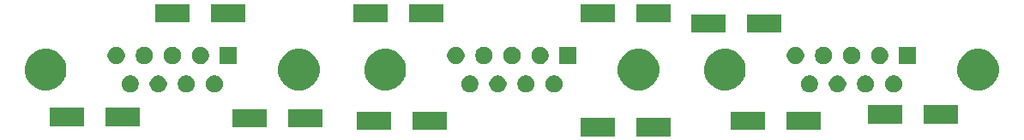
<source format=gts>
G04 #@! TF.GenerationSoftware,KiCad,Pcbnew,(5.1.2)-2*
G04 #@! TF.CreationDate,2019-11-27T23:52:17-06:00*
G04 #@! TF.ProjectId,ti99-joystick,74693939-2d6a-46f7-9973-7469636b2e6b,rev?*
G04 #@! TF.SameCoordinates,Original*
G04 #@! TF.FileFunction,Soldermask,Top*
G04 #@! TF.FilePolarity,Negative*
%FSLAX46Y46*%
G04 Gerber Fmt 4.6, Leading zero omitted, Abs format (unit mm)*
G04 Created by KiCad (PCBNEW (5.1.2)-2) date 2019-11-27 23:52:17*
%MOMM*%
%LPD*%
G04 APERTURE LIST*
%ADD10C,0.100000*%
G04 APERTURE END LIST*
D10*
G36*
X145675000Y-83959000D02*
G01*
X142273000Y-83959000D01*
X142273000Y-82157000D01*
X145675000Y-82157000D01*
X145675000Y-83959000D01*
X145675000Y-83959000D01*
G37*
G36*
X140175000Y-83959000D02*
G01*
X136773000Y-83959000D01*
X136773000Y-82157000D01*
X140175000Y-82157000D01*
X140175000Y-83959000D01*
X140175000Y-83959000D01*
G37*
G36*
X123577000Y-83324000D02*
G01*
X120175000Y-83324000D01*
X120175000Y-81522000D01*
X123577000Y-81522000D01*
X123577000Y-83324000D01*
X123577000Y-83324000D01*
G37*
G36*
X160451000Y-83324000D02*
G01*
X157049000Y-83324000D01*
X157049000Y-81522000D01*
X160451000Y-81522000D01*
X160451000Y-83324000D01*
X160451000Y-83324000D01*
G37*
G36*
X154951000Y-83324000D02*
G01*
X151549000Y-83324000D01*
X151549000Y-81522000D01*
X154951000Y-81522000D01*
X154951000Y-83324000D01*
X154951000Y-83324000D01*
G37*
G36*
X118077000Y-83324000D02*
G01*
X114675000Y-83324000D01*
X114675000Y-81522000D01*
X118077000Y-81522000D01*
X118077000Y-83324000D01*
X118077000Y-83324000D01*
G37*
G36*
X111258000Y-83070000D02*
G01*
X107856000Y-83070000D01*
X107856000Y-81268000D01*
X111258000Y-81268000D01*
X111258000Y-83070000D01*
X111258000Y-83070000D01*
G37*
G36*
X105758000Y-83070000D02*
G01*
X102356000Y-83070000D01*
X102356000Y-81268000D01*
X105758000Y-81268000D01*
X105758000Y-83070000D01*
X105758000Y-83070000D01*
G37*
G36*
X87724000Y-82943000D02*
G01*
X84322000Y-82943000D01*
X84322000Y-81141000D01*
X87724000Y-81141000D01*
X87724000Y-82943000D01*
X87724000Y-82943000D01*
G37*
G36*
X93224000Y-82943000D02*
G01*
X89822000Y-82943000D01*
X89822000Y-81141000D01*
X93224000Y-81141000D01*
X93224000Y-82943000D01*
X93224000Y-82943000D01*
G37*
G36*
X173996000Y-82689000D02*
G01*
X170594000Y-82689000D01*
X170594000Y-80887000D01*
X173996000Y-80887000D01*
X173996000Y-82689000D01*
X173996000Y-82689000D01*
G37*
G36*
X168496000Y-82689000D02*
G01*
X165094000Y-82689000D01*
X165094000Y-80887000D01*
X168496000Y-80887000D01*
X168496000Y-82689000D01*
X168496000Y-82689000D01*
G37*
G36*
X131602228Y-77967703D02*
G01*
X131757100Y-78031853D01*
X131896481Y-78124985D01*
X132015015Y-78243519D01*
X132108147Y-78382900D01*
X132172297Y-78537772D01*
X132205000Y-78702184D01*
X132205000Y-78869816D01*
X132172297Y-79034228D01*
X132108147Y-79189100D01*
X132015015Y-79328481D01*
X131896481Y-79447015D01*
X131757100Y-79540147D01*
X131602228Y-79604297D01*
X131437816Y-79637000D01*
X131270184Y-79637000D01*
X131105772Y-79604297D01*
X130950900Y-79540147D01*
X130811519Y-79447015D01*
X130692985Y-79328481D01*
X130599853Y-79189100D01*
X130535703Y-79034228D01*
X130503000Y-78869816D01*
X130503000Y-78702184D01*
X130535703Y-78537772D01*
X130599853Y-78382900D01*
X130692985Y-78243519D01*
X130811519Y-78124985D01*
X130950900Y-78031853D01*
X131105772Y-77967703D01*
X131270184Y-77935000D01*
X131437816Y-77935000D01*
X131602228Y-77967703D01*
X131602228Y-77967703D01*
G37*
G36*
X159590228Y-77967703D02*
G01*
X159745100Y-78031853D01*
X159884481Y-78124985D01*
X160003015Y-78243519D01*
X160096147Y-78382900D01*
X160160297Y-78537772D01*
X160193000Y-78702184D01*
X160193000Y-78869816D01*
X160160297Y-79034228D01*
X160096147Y-79189100D01*
X160003015Y-79328481D01*
X159884481Y-79447015D01*
X159745100Y-79540147D01*
X159590228Y-79604297D01*
X159425816Y-79637000D01*
X159258184Y-79637000D01*
X159093772Y-79604297D01*
X158938900Y-79540147D01*
X158799519Y-79447015D01*
X158680985Y-79328481D01*
X158587853Y-79189100D01*
X158523703Y-79034228D01*
X158491000Y-78869816D01*
X158491000Y-78702184D01*
X158523703Y-78537772D01*
X158587853Y-78382900D01*
X158680985Y-78243519D01*
X158799519Y-78124985D01*
X158938900Y-78031853D01*
X159093772Y-77967703D01*
X159258184Y-77935000D01*
X159425816Y-77935000D01*
X159590228Y-77967703D01*
X159590228Y-77967703D01*
G37*
G36*
X162360228Y-77967703D02*
G01*
X162515100Y-78031853D01*
X162654481Y-78124985D01*
X162773015Y-78243519D01*
X162866147Y-78382900D01*
X162930297Y-78537772D01*
X162963000Y-78702184D01*
X162963000Y-78869816D01*
X162930297Y-79034228D01*
X162866147Y-79189100D01*
X162773015Y-79328481D01*
X162654481Y-79447015D01*
X162515100Y-79540147D01*
X162360228Y-79604297D01*
X162195816Y-79637000D01*
X162028184Y-79637000D01*
X161863772Y-79604297D01*
X161708900Y-79540147D01*
X161569519Y-79447015D01*
X161450985Y-79328481D01*
X161357853Y-79189100D01*
X161293703Y-79034228D01*
X161261000Y-78869816D01*
X161261000Y-78702184D01*
X161293703Y-78537772D01*
X161357853Y-78382900D01*
X161450985Y-78243519D01*
X161569519Y-78124985D01*
X161708900Y-78031853D01*
X161863772Y-77967703D01*
X162028184Y-77935000D01*
X162195816Y-77935000D01*
X162360228Y-77967703D01*
X162360228Y-77967703D01*
G37*
G36*
X165130228Y-77967703D02*
G01*
X165285100Y-78031853D01*
X165424481Y-78124985D01*
X165543015Y-78243519D01*
X165636147Y-78382900D01*
X165700297Y-78537772D01*
X165733000Y-78702184D01*
X165733000Y-78869816D01*
X165700297Y-79034228D01*
X165636147Y-79189100D01*
X165543015Y-79328481D01*
X165424481Y-79447015D01*
X165285100Y-79540147D01*
X165130228Y-79604297D01*
X164965816Y-79637000D01*
X164798184Y-79637000D01*
X164633772Y-79604297D01*
X164478900Y-79540147D01*
X164339519Y-79447015D01*
X164220985Y-79328481D01*
X164127853Y-79189100D01*
X164063703Y-79034228D01*
X164031000Y-78869816D01*
X164031000Y-78702184D01*
X164063703Y-78537772D01*
X164127853Y-78382900D01*
X164220985Y-78243519D01*
X164339519Y-78124985D01*
X164478900Y-78031853D01*
X164633772Y-77967703D01*
X164798184Y-77935000D01*
X164965816Y-77935000D01*
X165130228Y-77967703D01*
X165130228Y-77967703D01*
G37*
G36*
X167900228Y-77967703D02*
G01*
X168055100Y-78031853D01*
X168194481Y-78124985D01*
X168313015Y-78243519D01*
X168406147Y-78382900D01*
X168470297Y-78537772D01*
X168503000Y-78702184D01*
X168503000Y-78869816D01*
X168470297Y-79034228D01*
X168406147Y-79189100D01*
X168313015Y-79328481D01*
X168194481Y-79447015D01*
X168055100Y-79540147D01*
X167900228Y-79604297D01*
X167735816Y-79637000D01*
X167568184Y-79637000D01*
X167403772Y-79604297D01*
X167248900Y-79540147D01*
X167109519Y-79447015D01*
X166990985Y-79328481D01*
X166897853Y-79189100D01*
X166833703Y-79034228D01*
X166801000Y-78869816D01*
X166801000Y-78702184D01*
X166833703Y-78537772D01*
X166897853Y-78382900D01*
X166990985Y-78243519D01*
X167109519Y-78124985D01*
X167248900Y-78031853D01*
X167403772Y-77967703D01*
X167568184Y-77935000D01*
X167735816Y-77935000D01*
X167900228Y-77967703D01*
X167900228Y-77967703D01*
G37*
G36*
X98074228Y-77967703D02*
G01*
X98229100Y-78031853D01*
X98368481Y-78124985D01*
X98487015Y-78243519D01*
X98580147Y-78382900D01*
X98644297Y-78537772D01*
X98677000Y-78702184D01*
X98677000Y-78869816D01*
X98644297Y-79034228D01*
X98580147Y-79189100D01*
X98487015Y-79328481D01*
X98368481Y-79447015D01*
X98229100Y-79540147D01*
X98074228Y-79604297D01*
X97909816Y-79637000D01*
X97742184Y-79637000D01*
X97577772Y-79604297D01*
X97422900Y-79540147D01*
X97283519Y-79447015D01*
X97164985Y-79328481D01*
X97071853Y-79189100D01*
X97007703Y-79034228D01*
X96975000Y-78869816D01*
X96975000Y-78702184D01*
X97007703Y-78537772D01*
X97071853Y-78382900D01*
X97164985Y-78243519D01*
X97283519Y-78124985D01*
X97422900Y-78031853D01*
X97577772Y-77967703D01*
X97742184Y-77935000D01*
X97909816Y-77935000D01*
X98074228Y-77967703D01*
X98074228Y-77967703D01*
G37*
G36*
X95304228Y-77967703D02*
G01*
X95459100Y-78031853D01*
X95598481Y-78124985D01*
X95717015Y-78243519D01*
X95810147Y-78382900D01*
X95874297Y-78537772D01*
X95907000Y-78702184D01*
X95907000Y-78869816D01*
X95874297Y-79034228D01*
X95810147Y-79189100D01*
X95717015Y-79328481D01*
X95598481Y-79447015D01*
X95459100Y-79540147D01*
X95304228Y-79604297D01*
X95139816Y-79637000D01*
X94972184Y-79637000D01*
X94807772Y-79604297D01*
X94652900Y-79540147D01*
X94513519Y-79447015D01*
X94394985Y-79328481D01*
X94301853Y-79189100D01*
X94237703Y-79034228D01*
X94205000Y-78869816D01*
X94205000Y-78702184D01*
X94237703Y-78537772D01*
X94301853Y-78382900D01*
X94394985Y-78243519D01*
X94513519Y-78124985D01*
X94652900Y-78031853D01*
X94807772Y-77967703D01*
X94972184Y-77935000D01*
X95139816Y-77935000D01*
X95304228Y-77967703D01*
X95304228Y-77967703D01*
G37*
G36*
X92534228Y-77967703D02*
G01*
X92689100Y-78031853D01*
X92828481Y-78124985D01*
X92947015Y-78243519D01*
X93040147Y-78382900D01*
X93104297Y-78537772D01*
X93137000Y-78702184D01*
X93137000Y-78869816D01*
X93104297Y-79034228D01*
X93040147Y-79189100D01*
X92947015Y-79328481D01*
X92828481Y-79447015D01*
X92689100Y-79540147D01*
X92534228Y-79604297D01*
X92369816Y-79637000D01*
X92202184Y-79637000D01*
X92037772Y-79604297D01*
X91882900Y-79540147D01*
X91743519Y-79447015D01*
X91624985Y-79328481D01*
X91531853Y-79189100D01*
X91467703Y-79034228D01*
X91435000Y-78869816D01*
X91435000Y-78702184D01*
X91467703Y-78537772D01*
X91531853Y-78382900D01*
X91624985Y-78243519D01*
X91743519Y-78124985D01*
X91882900Y-78031853D01*
X92037772Y-77967703D01*
X92202184Y-77935000D01*
X92369816Y-77935000D01*
X92534228Y-77967703D01*
X92534228Y-77967703D01*
G37*
G36*
X126062228Y-77967703D02*
G01*
X126217100Y-78031853D01*
X126356481Y-78124985D01*
X126475015Y-78243519D01*
X126568147Y-78382900D01*
X126632297Y-78537772D01*
X126665000Y-78702184D01*
X126665000Y-78869816D01*
X126632297Y-79034228D01*
X126568147Y-79189100D01*
X126475015Y-79328481D01*
X126356481Y-79447015D01*
X126217100Y-79540147D01*
X126062228Y-79604297D01*
X125897816Y-79637000D01*
X125730184Y-79637000D01*
X125565772Y-79604297D01*
X125410900Y-79540147D01*
X125271519Y-79447015D01*
X125152985Y-79328481D01*
X125059853Y-79189100D01*
X124995703Y-79034228D01*
X124963000Y-78869816D01*
X124963000Y-78702184D01*
X124995703Y-78537772D01*
X125059853Y-78382900D01*
X125152985Y-78243519D01*
X125271519Y-78124985D01*
X125410900Y-78031853D01*
X125565772Y-77967703D01*
X125730184Y-77935000D01*
X125897816Y-77935000D01*
X126062228Y-77967703D01*
X126062228Y-77967703D01*
G37*
G36*
X128832228Y-77967703D02*
G01*
X128987100Y-78031853D01*
X129126481Y-78124985D01*
X129245015Y-78243519D01*
X129338147Y-78382900D01*
X129402297Y-78537772D01*
X129435000Y-78702184D01*
X129435000Y-78869816D01*
X129402297Y-79034228D01*
X129338147Y-79189100D01*
X129245015Y-79328481D01*
X129126481Y-79447015D01*
X128987100Y-79540147D01*
X128832228Y-79604297D01*
X128667816Y-79637000D01*
X128500184Y-79637000D01*
X128335772Y-79604297D01*
X128180900Y-79540147D01*
X128041519Y-79447015D01*
X127922985Y-79328481D01*
X127829853Y-79189100D01*
X127765703Y-79034228D01*
X127733000Y-78869816D01*
X127733000Y-78702184D01*
X127765703Y-78537772D01*
X127829853Y-78382900D01*
X127922985Y-78243519D01*
X128041519Y-78124985D01*
X128180900Y-78031853D01*
X128335772Y-77967703D01*
X128500184Y-77935000D01*
X128667816Y-77935000D01*
X128832228Y-77967703D01*
X128832228Y-77967703D01*
G37*
G36*
X100844228Y-77967703D02*
G01*
X100999100Y-78031853D01*
X101138481Y-78124985D01*
X101257015Y-78243519D01*
X101350147Y-78382900D01*
X101414297Y-78537772D01*
X101447000Y-78702184D01*
X101447000Y-78869816D01*
X101414297Y-79034228D01*
X101350147Y-79189100D01*
X101257015Y-79328481D01*
X101138481Y-79447015D01*
X100999100Y-79540147D01*
X100844228Y-79604297D01*
X100679816Y-79637000D01*
X100512184Y-79637000D01*
X100347772Y-79604297D01*
X100192900Y-79540147D01*
X100053519Y-79447015D01*
X99934985Y-79328481D01*
X99841853Y-79189100D01*
X99777703Y-79034228D01*
X99745000Y-78869816D01*
X99745000Y-78702184D01*
X99777703Y-78537772D01*
X99841853Y-78382900D01*
X99934985Y-78243519D01*
X100053519Y-78124985D01*
X100192900Y-78031853D01*
X100347772Y-77967703D01*
X100512184Y-77935000D01*
X100679816Y-77935000D01*
X100844228Y-77967703D01*
X100844228Y-77967703D01*
G37*
G36*
X134372228Y-77967703D02*
G01*
X134527100Y-78031853D01*
X134666481Y-78124985D01*
X134785015Y-78243519D01*
X134878147Y-78382900D01*
X134942297Y-78537772D01*
X134975000Y-78702184D01*
X134975000Y-78869816D01*
X134942297Y-79034228D01*
X134878147Y-79189100D01*
X134785015Y-79328481D01*
X134666481Y-79447015D01*
X134527100Y-79540147D01*
X134372228Y-79604297D01*
X134207816Y-79637000D01*
X134040184Y-79637000D01*
X133875772Y-79604297D01*
X133720900Y-79540147D01*
X133581519Y-79447015D01*
X133462985Y-79328481D01*
X133369853Y-79189100D01*
X133305703Y-79034228D01*
X133273000Y-78869816D01*
X133273000Y-78702184D01*
X133305703Y-78537772D01*
X133369853Y-78382900D01*
X133462985Y-78243519D01*
X133581519Y-78124985D01*
X133720900Y-78031853D01*
X133875772Y-77967703D01*
X134040184Y-77935000D01*
X134207816Y-77935000D01*
X134372228Y-77967703D01*
X134372228Y-77967703D01*
G37*
G36*
X151595254Y-75393818D02*
G01*
X151955170Y-75542900D01*
X151968513Y-75548427D01*
X152304436Y-75772884D01*
X152590116Y-76058564D01*
X152680765Y-76194229D01*
X152814574Y-76394489D01*
X152969182Y-76767746D01*
X153048000Y-77163993D01*
X153048000Y-77568007D01*
X152969182Y-77964254D01*
X152853506Y-78243520D01*
X152814573Y-78337513D01*
X152590116Y-78673436D01*
X152304436Y-78959116D01*
X151968513Y-79183573D01*
X151968512Y-79183574D01*
X151968511Y-79183574D01*
X151595254Y-79338182D01*
X151199007Y-79417000D01*
X150794993Y-79417000D01*
X150398746Y-79338182D01*
X150025489Y-79183574D01*
X150025488Y-79183574D01*
X150025487Y-79183573D01*
X149689564Y-78959116D01*
X149403884Y-78673436D01*
X149179427Y-78337513D01*
X149140494Y-78243520D01*
X149024818Y-77964254D01*
X148946000Y-77568007D01*
X148946000Y-77163993D01*
X149024818Y-76767746D01*
X149179426Y-76394489D01*
X149313236Y-76194229D01*
X149403884Y-76058564D01*
X149689564Y-75772884D01*
X150025487Y-75548427D01*
X150038830Y-75542900D01*
X150398746Y-75393818D01*
X150794993Y-75315000D01*
X151199007Y-75315000D01*
X151595254Y-75393818D01*
X151595254Y-75393818D01*
G37*
G36*
X118067254Y-75393818D02*
G01*
X118427170Y-75542900D01*
X118440513Y-75548427D01*
X118776436Y-75772884D01*
X119062116Y-76058564D01*
X119152765Y-76194229D01*
X119286574Y-76394489D01*
X119441182Y-76767746D01*
X119520000Y-77163993D01*
X119520000Y-77568007D01*
X119441182Y-77964254D01*
X119325506Y-78243520D01*
X119286573Y-78337513D01*
X119062116Y-78673436D01*
X118776436Y-78959116D01*
X118440513Y-79183573D01*
X118440512Y-79183574D01*
X118440511Y-79183574D01*
X118067254Y-79338182D01*
X117671007Y-79417000D01*
X117266993Y-79417000D01*
X116870746Y-79338182D01*
X116497489Y-79183574D01*
X116497488Y-79183574D01*
X116497487Y-79183573D01*
X116161564Y-78959116D01*
X115875884Y-78673436D01*
X115651427Y-78337513D01*
X115612494Y-78243520D01*
X115496818Y-77964254D01*
X115418000Y-77568007D01*
X115418000Y-77163993D01*
X115496818Y-76767746D01*
X115651426Y-76394489D01*
X115785236Y-76194229D01*
X115875884Y-76058564D01*
X116161564Y-75772884D01*
X116497487Y-75548427D01*
X116510830Y-75542900D01*
X116870746Y-75393818D01*
X117266993Y-75315000D01*
X117671007Y-75315000D01*
X118067254Y-75393818D01*
X118067254Y-75393818D01*
G37*
G36*
X84539254Y-75393818D02*
G01*
X84899170Y-75542900D01*
X84912513Y-75548427D01*
X85248436Y-75772884D01*
X85534116Y-76058564D01*
X85624765Y-76194229D01*
X85758574Y-76394489D01*
X85913182Y-76767746D01*
X85992000Y-77163993D01*
X85992000Y-77568007D01*
X85913182Y-77964254D01*
X85797506Y-78243520D01*
X85758573Y-78337513D01*
X85534116Y-78673436D01*
X85248436Y-78959116D01*
X84912513Y-79183573D01*
X84912512Y-79183574D01*
X84912511Y-79183574D01*
X84539254Y-79338182D01*
X84143007Y-79417000D01*
X83738993Y-79417000D01*
X83342746Y-79338182D01*
X82969489Y-79183574D01*
X82969488Y-79183574D01*
X82969487Y-79183573D01*
X82633564Y-78959116D01*
X82347884Y-78673436D01*
X82123427Y-78337513D01*
X82084494Y-78243520D01*
X81968818Y-77964254D01*
X81890000Y-77568007D01*
X81890000Y-77163993D01*
X81968818Y-76767746D01*
X82123426Y-76394489D01*
X82257236Y-76194229D01*
X82347884Y-76058564D01*
X82633564Y-75772884D01*
X82969487Y-75548427D01*
X82982830Y-75542900D01*
X83342746Y-75393818D01*
X83738993Y-75315000D01*
X84143007Y-75315000D01*
X84539254Y-75393818D01*
X84539254Y-75393818D01*
G37*
G36*
X109539254Y-75393818D02*
G01*
X109899170Y-75542900D01*
X109912513Y-75548427D01*
X110248436Y-75772884D01*
X110534116Y-76058564D01*
X110624765Y-76194229D01*
X110758574Y-76394489D01*
X110913182Y-76767746D01*
X110992000Y-77163993D01*
X110992000Y-77568007D01*
X110913182Y-77964254D01*
X110797506Y-78243520D01*
X110758573Y-78337513D01*
X110534116Y-78673436D01*
X110248436Y-78959116D01*
X109912513Y-79183573D01*
X109912512Y-79183574D01*
X109912511Y-79183574D01*
X109539254Y-79338182D01*
X109143007Y-79417000D01*
X108738993Y-79417000D01*
X108342746Y-79338182D01*
X107969489Y-79183574D01*
X107969488Y-79183574D01*
X107969487Y-79183573D01*
X107633564Y-78959116D01*
X107347884Y-78673436D01*
X107123427Y-78337513D01*
X107084494Y-78243520D01*
X106968818Y-77964254D01*
X106890000Y-77568007D01*
X106890000Y-77163993D01*
X106968818Y-76767746D01*
X107123426Y-76394489D01*
X107257236Y-76194229D01*
X107347884Y-76058564D01*
X107633564Y-75772884D01*
X107969487Y-75548427D01*
X107982830Y-75542900D01*
X108342746Y-75393818D01*
X108738993Y-75315000D01*
X109143007Y-75315000D01*
X109539254Y-75393818D01*
X109539254Y-75393818D01*
G37*
G36*
X176595254Y-75393818D02*
G01*
X176955170Y-75542900D01*
X176968513Y-75548427D01*
X177304436Y-75772884D01*
X177590116Y-76058564D01*
X177680765Y-76194229D01*
X177814574Y-76394489D01*
X177969182Y-76767746D01*
X178048000Y-77163993D01*
X178048000Y-77568007D01*
X177969182Y-77964254D01*
X177853506Y-78243520D01*
X177814573Y-78337513D01*
X177590116Y-78673436D01*
X177304436Y-78959116D01*
X176968513Y-79183573D01*
X176968512Y-79183574D01*
X176968511Y-79183574D01*
X176595254Y-79338182D01*
X176199007Y-79417000D01*
X175794993Y-79417000D01*
X175398746Y-79338182D01*
X175025489Y-79183574D01*
X175025488Y-79183574D01*
X175025487Y-79183573D01*
X174689564Y-78959116D01*
X174403884Y-78673436D01*
X174179427Y-78337513D01*
X174140494Y-78243520D01*
X174024818Y-77964254D01*
X173946000Y-77568007D01*
X173946000Y-77163993D01*
X174024818Y-76767746D01*
X174179426Y-76394489D01*
X174313236Y-76194229D01*
X174403884Y-76058564D01*
X174689564Y-75772884D01*
X175025487Y-75548427D01*
X175038830Y-75542900D01*
X175398746Y-75393818D01*
X175794993Y-75315000D01*
X176199007Y-75315000D01*
X176595254Y-75393818D01*
X176595254Y-75393818D01*
G37*
G36*
X143067254Y-75393818D02*
G01*
X143427170Y-75542900D01*
X143440513Y-75548427D01*
X143776436Y-75772884D01*
X144062116Y-76058564D01*
X144152765Y-76194229D01*
X144286574Y-76394489D01*
X144441182Y-76767746D01*
X144520000Y-77163993D01*
X144520000Y-77568007D01*
X144441182Y-77964254D01*
X144325506Y-78243520D01*
X144286573Y-78337513D01*
X144062116Y-78673436D01*
X143776436Y-78959116D01*
X143440513Y-79183573D01*
X143440512Y-79183574D01*
X143440511Y-79183574D01*
X143067254Y-79338182D01*
X142671007Y-79417000D01*
X142266993Y-79417000D01*
X141870746Y-79338182D01*
X141497489Y-79183574D01*
X141497488Y-79183574D01*
X141497487Y-79183573D01*
X141161564Y-78959116D01*
X140875884Y-78673436D01*
X140651427Y-78337513D01*
X140612494Y-78243520D01*
X140496818Y-77964254D01*
X140418000Y-77568007D01*
X140418000Y-77163993D01*
X140496818Y-76767746D01*
X140651426Y-76394489D01*
X140785236Y-76194229D01*
X140875884Y-76058564D01*
X141161564Y-75772884D01*
X141497487Y-75548427D01*
X141510830Y-75542900D01*
X141870746Y-75393818D01*
X142266993Y-75315000D01*
X142671007Y-75315000D01*
X143067254Y-75393818D01*
X143067254Y-75393818D01*
G37*
G36*
X99459228Y-75127703D02*
G01*
X99614100Y-75191853D01*
X99753481Y-75284985D01*
X99872015Y-75403519D01*
X99965147Y-75542900D01*
X100029297Y-75697772D01*
X100062000Y-75862184D01*
X100062000Y-76029816D01*
X100029297Y-76194228D01*
X99965147Y-76349100D01*
X99872015Y-76488481D01*
X99753481Y-76607015D01*
X99614100Y-76700147D01*
X99459228Y-76764297D01*
X99294816Y-76797000D01*
X99127184Y-76797000D01*
X98962772Y-76764297D01*
X98807900Y-76700147D01*
X98668519Y-76607015D01*
X98549985Y-76488481D01*
X98456853Y-76349100D01*
X98392703Y-76194228D01*
X98360000Y-76029816D01*
X98360000Y-75862184D01*
X98392703Y-75697772D01*
X98456853Y-75542900D01*
X98549985Y-75403519D01*
X98668519Y-75284985D01*
X98807900Y-75191853D01*
X98962772Y-75127703D01*
X99127184Y-75095000D01*
X99294816Y-75095000D01*
X99459228Y-75127703D01*
X99459228Y-75127703D01*
G37*
G36*
X93919228Y-75127703D02*
G01*
X94074100Y-75191853D01*
X94213481Y-75284985D01*
X94332015Y-75403519D01*
X94425147Y-75542900D01*
X94489297Y-75697772D01*
X94522000Y-75862184D01*
X94522000Y-76029816D01*
X94489297Y-76194228D01*
X94425147Y-76349100D01*
X94332015Y-76488481D01*
X94213481Y-76607015D01*
X94074100Y-76700147D01*
X93919228Y-76764297D01*
X93754816Y-76797000D01*
X93587184Y-76797000D01*
X93422772Y-76764297D01*
X93267900Y-76700147D01*
X93128519Y-76607015D01*
X93009985Y-76488481D01*
X92916853Y-76349100D01*
X92852703Y-76194228D01*
X92820000Y-76029816D01*
X92820000Y-75862184D01*
X92852703Y-75697772D01*
X92916853Y-75542900D01*
X93009985Y-75403519D01*
X93128519Y-75284985D01*
X93267900Y-75191853D01*
X93422772Y-75127703D01*
X93587184Y-75095000D01*
X93754816Y-75095000D01*
X93919228Y-75127703D01*
X93919228Y-75127703D01*
G37*
G36*
X124677228Y-75127703D02*
G01*
X124832100Y-75191853D01*
X124971481Y-75284985D01*
X125090015Y-75403519D01*
X125183147Y-75542900D01*
X125247297Y-75697772D01*
X125280000Y-75862184D01*
X125280000Y-76029816D01*
X125247297Y-76194228D01*
X125183147Y-76349100D01*
X125090015Y-76488481D01*
X124971481Y-76607015D01*
X124832100Y-76700147D01*
X124677228Y-76764297D01*
X124512816Y-76797000D01*
X124345184Y-76797000D01*
X124180772Y-76764297D01*
X124025900Y-76700147D01*
X123886519Y-76607015D01*
X123767985Y-76488481D01*
X123674853Y-76349100D01*
X123610703Y-76194228D01*
X123578000Y-76029816D01*
X123578000Y-75862184D01*
X123610703Y-75697772D01*
X123674853Y-75542900D01*
X123767985Y-75403519D01*
X123886519Y-75284985D01*
X124025900Y-75191853D01*
X124180772Y-75127703D01*
X124345184Y-75095000D01*
X124512816Y-75095000D01*
X124677228Y-75127703D01*
X124677228Y-75127703D01*
G37*
G36*
X127447228Y-75127703D02*
G01*
X127602100Y-75191853D01*
X127741481Y-75284985D01*
X127860015Y-75403519D01*
X127953147Y-75542900D01*
X128017297Y-75697772D01*
X128050000Y-75862184D01*
X128050000Y-76029816D01*
X128017297Y-76194228D01*
X127953147Y-76349100D01*
X127860015Y-76488481D01*
X127741481Y-76607015D01*
X127602100Y-76700147D01*
X127447228Y-76764297D01*
X127282816Y-76797000D01*
X127115184Y-76797000D01*
X126950772Y-76764297D01*
X126795900Y-76700147D01*
X126656519Y-76607015D01*
X126537985Y-76488481D01*
X126444853Y-76349100D01*
X126380703Y-76194228D01*
X126348000Y-76029816D01*
X126348000Y-75862184D01*
X126380703Y-75697772D01*
X126444853Y-75542900D01*
X126537985Y-75403519D01*
X126656519Y-75284985D01*
X126795900Y-75191853D01*
X126950772Y-75127703D01*
X127115184Y-75095000D01*
X127282816Y-75095000D01*
X127447228Y-75127703D01*
X127447228Y-75127703D01*
G37*
G36*
X130217228Y-75127703D02*
G01*
X130372100Y-75191853D01*
X130511481Y-75284985D01*
X130630015Y-75403519D01*
X130723147Y-75542900D01*
X130787297Y-75697772D01*
X130820000Y-75862184D01*
X130820000Y-76029816D01*
X130787297Y-76194228D01*
X130723147Y-76349100D01*
X130630015Y-76488481D01*
X130511481Y-76607015D01*
X130372100Y-76700147D01*
X130217228Y-76764297D01*
X130052816Y-76797000D01*
X129885184Y-76797000D01*
X129720772Y-76764297D01*
X129565900Y-76700147D01*
X129426519Y-76607015D01*
X129307985Y-76488481D01*
X129214853Y-76349100D01*
X129150703Y-76194228D01*
X129118000Y-76029816D01*
X129118000Y-75862184D01*
X129150703Y-75697772D01*
X129214853Y-75542900D01*
X129307985Y-75403519D01*
X129426519Y-75284985D01*
X129565900Y-75191853D01*
X129720772Y-75127703D01*
X129885184Y-75095000D01*
X130052816Y-75095000D01*
X130217228Y-75127703D01*
X130217228Y-75127703D01*
G37*
G36*
X132987228Y-75127703D02*
G01*
X133142100Y-75191853D01*
X133281481Y-75284985D01*
X133400015Y-75403519D01*
X133493147Y-75542900D01*
X133557297Y-75697772D01*
X133590000Y-75862184D01*
X133590000Y-76029816D01*
X133557297Y-76194228D01*
X133493147Y-76349100D01*
X133400015Y-76488481D01*
X133281481Y-76607015D01*
X133142100Y-76700147D01*
X132987228Y-76764297D01*
X132822816Y-76797000D01*
X132655184Y-76797000D01*
X132490772Y-76764297D01*
X132335900Y-76700147D01*
X132196519Y-76607015D01*
X132077985Y-76488481D01*
X131984853Y-76349100D01*
X131920703Y-76194228D01*
X131888000Y-76029816D01*
X131888000Y-75862184D01*
X131920703Y-75697772D01*
X131984853Y-75542900D01*
X132077985Y-75403519D01*
X132196519Y-75284985D01*
X132335900Y-75191853D01*
X132490772Y-75127703D01*
X132655184Y-75095000D01*
X132822816Y-75095000D01*
X132987228Y-75127703D01*
X132987228Y-75127703D01*
G37*
G36*
X96689228Y-75127703D02*
G01*
X96844100Y-75191853D01*
X96983481Y-75284985D01*
X97102015Y-75403519D01*
X97195147Y-75542900D01*
X97259297Y-75697772D01*
X97292000Y-75862184D01*
X97292000Y-76029816D01*
X97259297Y-76194228D01*
X97195147Y-76349100D01*
X97102015Y-76488481D01*
X96983481Y-76607015D01*
X96844100Y-76700147D01*
X96689228Y-76764297D01*
X96524816Y-76797000D01*
X96357184Y-76797000D01*
X96192772Y-76764297D01*
X96037900Y-76700147D01*
X95898519Y-76607015D01*
X95779985Y-76488481D01*
X95686853Y-76349100D01*
X95622703Y-76194228D01*
X95590000Y-76029816D01*
X95590000Y-75862184D01*
X95622703Y-75697772D01*
X95686853Y-75542900D01*
X95779985Y-75403519D01*
X95898519Y-75284985D01*
X96037900Y-75191853D01*
X96192772Y-75127703D01*
X96357184Y-75095000D01*
X96524816Y-75095000D01*
X96689228Y-75127703D01*
X96689228Y-75127703D01*
G37*
G36*
X169888000Y-76797000D02*
G01*
X168186000Y-76797000D01*
X168186000Y-75095000D01*
X169888000Y-75095000D01*
X169888000Y-76797000D01*
X169888000Y-76797000D01*
G37*
G36*
X136360000Y-76797000D02*
G01*
X134658000Y-76797000D01*
X134658000Y-75095000D01*
X136360000Y-75095000D01*
X136360000Y-76797000D01*
X136360000Y-76797000D01*
G37*
G36*
X158205228Y-75127703D02*
G01*
X158360100Y-75191853D01*
X158499481Y-75284985D01*
X158618015Y-75403519D01*
X158711147Y-75542900D01*
X158775297Y-75697772D01*
X158808000Y-75862184D01*
X158808000Y-76029816D01*
X158775297Y-76194228D01*
X158711147Y-76349100D01*
X158618015Y-76488481D01*
X158499481Y-76607015D01*
X158360100Y-76700147D01*
X158205228Y-76764297D01*
X158040816Y-76797000D01*
X157873184Y-76797000D01*
X157708772Y-76764297D01*
X157553900Y-76700147D01*
X157414519Y-76607015D01*
X157295985Y-76488481D01*
X157202853Y-76349100D01*
X157138703Y-76194228D01*
X157106000Y-76029816D01*
X157106000Y-75862184D01*
X157138703Y-75697772D01*
X157202853Y-75542900D01*
X157295985Y-75403519D01*
X157414519Y-75284985D01*
X157553900Y-75191853D01*
X157708772Y-75127703D01*
X157873184Y-75095000D01*
X158040816Y-75095000D01*
X158205228Y-75127703D01*
X158205228Y-75127703D01*
G37*
G36*
X160975228Y-75127703D02*
G01*
X161130100Y-75191853D01*
X161269481Y-75284985D01*
X161388015Y-75403519D01*
X161481147Y-75542900D01*
X161545297Y-75697772D01*
X161578000Y-75862184D01*
X161578000Y-76029816D01*
X161545297Y-76194228D01*
X161481147Y-76349100D01*
X161388015Y-76488481D01*
X161269481Y-76607015D01*
X161130100Y-76700147D01*
X160975228Y-76764297D01*
X160810816Y-76797000D01*
X160643184Y-76797000D01*
X160478772Y-76764297D01*
X160323900Y-76700147D01*
X160184519Y-76607015D01*
X160065985Y-76488481D01*
X159972853Y-76349100D01*
X159908703Y-76194228D01*
X159876000Y-76029816D01*
X159876000Y-75862184D01*
X159908703Y-75697772D01*
X159972853Y-75542900D01*
X160065985Y-75403519D01*
X160184519Y-75284985D01*
X160323900Y-75191853D01*
X160478772Y-75127703D01*
X160643184Y-75095000D01*
X160810816Y-75095000D01*
X160975228Y-75127703D01*
X160975228Y-75127703D01*
G37*
G36*
X163745228Y-75127703D02*
G01*
X163900100Y-75191853D01*
X164039481Y-75284985D01*
X164158015Y-75403519D01*
X164251147Y-75542900D01*
X164315297Y-75697772D01*
X164348000Y-75862184D01*
X164348000Y-76029816D01*
X164315297Y-76194228D01*
X164251147Y-76349100D01*
X164158015Y-76488481D01*
X164039481Y-76607015D01*
X163900100Y-76700147D01*
X163745228Y-76764297D01*
X163580816Y-76797000D01*
X163413184Y-76797000D01*
X163248772Y-76764297D01*
X163093900Y-76700147D01*
X162954519Y-76607015D01*
X162835985Y-76488481D01*
X162742853Y-76349100D01*
X162678703Y-76194228D01*
X162646000Y-76029816D01*
X162646000Y-75862184D01*
X162678703Y-75697772D01*
X162742853Y-75542900D01*
X162835985Y-75403519D01*
X162954519Y-75284985D01*
X163093900Y-75191853D01*
X163248772Y-75127703D01*
X163413184Y-75095000D01*
X163580816Y-75095000D01*
X163745228Y-75127703D01*
X163745228Y-75127703D01*
G37*
G36*
X166515228Y-75127703D02*
G01*
X166670100Y-75191853D01*
X166809481Y-75284985D01*
X166928015Y-75403519D01*
X167021147Y-75542900D01*
X167085297Y-75697772D01*
X167118000Y-75862184D01*
X167118000Y-76029816D01*
X167085297Y-76194228D01*
X167021147Y-76349100D01*
X166928015Y-76488481D01*
X166809481Y-76607015D01*
X166670100Y-76700147D01*
X166515228Y-76764297D01*
X166350816Y-76797000D01*
X166183184Y-76797000D01*
X166018772Y-76764297D01*
X165863900Y-76700147D01*
X165724519Y-76607015D01*
X165605985Y-76488481D01*
X165512853Y-76349100D01*
X165448703Y-76194228D01*
X165416000Y-76029816D01*
X165416000Y-75862184D01*
X165448703Y-75697772D01*
X165512853Y-75542900D01*
X165605985Y-75403519D01*
X165724519Y-75284985D01*
X165863900Y-75191853D01*
X166018772Y-75127703D01*
X166183184Y-75095000D01*
X166350816Y-75095000D01*
X166515228Y-75127703D01*
X166515228Y-75127703D01*
G37*
G36*
X91149228Y-75127703D02*
G01*
X91304100Y-75191853D01*
X91443481Y-75284985D01*
X91562015Y-75403519D01*
X91655147Y-75542900D01*
X91719297Y-75697772D01*
X91752000Y-75862184D01*
X91752000Y-76029816D01*
X91719297Y-76194228D01*
X91655147Y-76349100D01*
X91562015Y-76488481D01*
X91443481Y-76607015D01*
X91304100Y-76700147D01*
X91149228Y-76764297D01*
X90984816Y-76797000D01*
X90817184Y-76797000D01*
X90652772Y-76764297D01*
X90497900Y-76700147D01*
X90358519Y-76607015D01*
X90239985Y-76488481D01*
X90146853Y-76349100D01*
X90082703Y-76194228D01*
X90050000Y-76029816D01*
X90050000Y-75862184D01*
X90082703Y-75697772D01*
X90146853Y-75542900D01*
X90239985Y-75403519D01*
X90358519Y-75284985D01*
X90497900Y-75191853D01*
X90652772Y-75127703D01*
X90817184Y-75095000D01*
X90984816Y-75095000D01*
X91149228Y-75127703D01*
X91149228Y-75127703D01*
G37*
G36*
X102832000Y-76797000D02*
G01*
X101130000Y-76797000D01*
X101130000Y-75095000D01*
X102832000Y-75095000D01*
X102832000Y-76797000D01*
X102832000Y-76797000D01*
G37*
G36*
X151053000Y-73672000D02*
G01*
X147651000Y-73672000D01*
X147651000Y-71870000D01*
X151053000Y-71870000D01*
X151053000Y-73672000D01*
X151053000Y-73672000D01*
G37*
G36*
X156553000Y-73672000D02*
G01*
X153151000Y-73672000D01*
X153151000Y-71870000D01*
X156553000Y-71870000D01*
X156553000Y-73672000D01*
X156553000Y-73672000D01*
G37*
G36*
X140175000Y-72656000D02*
G01*
X136773000Y-72656000D01*
X136773000Y-70854000D01*
X140175000Y-70854000D01*
X140175000Y-72656000D01*
X140175000Y-72656000D01*
G37*
G36*
X145675000Y-72656000D02*
G01*
X142273000Y-72656000D01*
X142273000Y-70854000D01*
X145675000Y-70854000D01*
X145675000Y-72656000D01*
X145675000Y-72656000D01*
G37*
G36*
X103638000Y-72656000D02*
G01*
X100236000Y-72656000D01*
X100236000Y-70854000D01*
X103638000Y-70854000D01*
X103638000Y-72656000D01*
X103638000Y-72656000D01*
G37*
G36*
X98138000Y-72656000D02*
G01*
X94736000Y-72656000D01*
X94736000Y-70854000D01*
X98138000Y-70854000D01*
X98138000Y-72656000D01*
X98138000Y-72656000D01*
G37*
G36*
X117696000Y-72656000D02*
G01*
X114294000Y-72656000D01*
X114294000Y-70854000D01*
X117696000Y-70854000D01*
X117696000Y-72656000D01*
X117696000Y-72656000D01*
G37*
G36*
X123196000Y-72656000D02*
G01*
X119794000Y-72656000D01*
X119794000Y-70854000D01*
X123196000Y-70854000D01*
X123196000Y-72656000D01*
X123196000Y-72656000D01*
G37*
M02*

</source>
